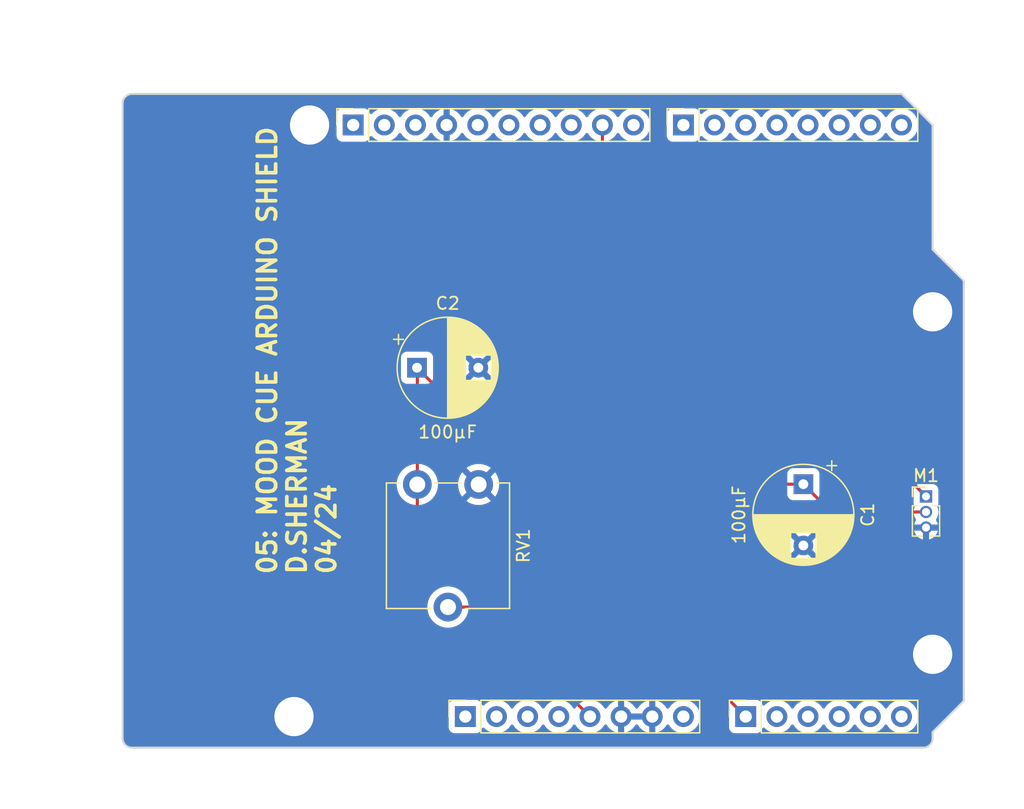
<source format=kicad_pcb>
(kicad_pcb (version 20240108) (generator "pcbnew") (generator_version "8.0")
  (title_block (date "mar. 31 mars 2015"))
  (layers (0 "F.Cu" signal) (31 "B.Cu" signal) (34 "B.Paste" user) (35 "F.Paste" user) (36 "B.SilkS" user "B.Silkscreen") (37 "F.SilkS" user "F.Silkscreen") (38 "B.Mask" user) (39 "F.Mask" user) (44 "Edge.Cuts" user))
  (net 0 "")
  (net 1 "GND")
  (net 3 "+5V")
  (net 4 "/IOREF")
  (net 5 "/A0")
  (net 6 "/A1")
  (net 7 "/A2")
  (net 8 "/A3")
  (net 9 "/SDA{slash}A4")
  (net 10 "/SCL{slash}A5")
  (net 11 "/13")
  (net 12 "/12")
  (net 13 "/AREF")
  (net 14 "/8")
  (net 15 "/7")
  (net 16 "/*11")
  (net 17 "/*10")
  (net 18 "/*9")
  (net 19 "/4")
  (net 20 "/2")
  (net 21 "/*6")
  (net 22 "/*5")
  (net 23 "/TX{slash}1")
  (net 24 "/*3")
  (net 25 "/RX{slash}0")
  (net 26 "+3V3")
  (net 27 "VCC")
  (net 28 "/~{RESET}")
  (footprint "Connector_PinSocket_2.54mm:PinSocket_1x08_P2.54mm_Vertical" (layer "F.Cu") (at 127.94 97.46 90)
    (property "Reference" "J1" (hide yes))
    (property "Value" "Power")
    (fp_line (start 1.33 -1.33) (end 1.33 0) (stroke (width 0.12)) (layer "F.SilkS"))
    (fp_line (start 0 -1.33) (end 1.33 -1.33) (stroke (width 0.12)) (layer "F.SilkS"))
    (fp_line (start 1.33 1.27) (end 1.33 19.11) (stroke (width 0.12)) (layer "F.SilkS"))
    (fp_line (start -1.33 1.27) (end 1.33 1.27) (stroke (width 0.12)) (layer "F.SilkS"))
    (fp_line (start -1.33 1.27) (end -1.33 19.11) (stroke (width 0.12)) (layer "F.SilkS"))
    (fp_line (start -1.33 19.11) (end 1.33 19.11) (stroke (width 0.12)) (layer "F.SilkS"))
    (pad "1" thru_hole rect (at 0 0 90) (size 1.7 1.7) (drill 1) (layers "*.Cu" "*.Mask"))
    (pad "2" thru_hole oval (at 0 2.54 90) (size 1.7 1.7) (drill 1) (layers "*.Cu" "*.Mask") (net 4 "/IOREF"))
    (pad "3" thru_hole oval (at 0 5.08 90) (size 1.7 1.7) (drill 1) (layers "*.Cu" "*.Mask") (net 28 "/~{RESET}"))
    (pad "4" thru_hole oval (at 0 7.62 90) (size 1.7 1.7) (drill 1) (layers "*.Cu" "*.Mask") (net 26 "+3V3"))
    (pad "5" thru_hole oval (at 0 10.16 90) (size 1.7 1.7) (drill 1) (layers "*.Cu" "*.Mask") (net 3 "+5V"))
    (pad "6" thru_hole oval (at 0 12.7 90) (size 1.7 1.7) (drill 1) (layers "*.Cu" "*.Mask") (net 1 "GND"))
    (pad "7" thru_hole oval (at 0 15.24 90) (size 1.7 1.7) (drill 1) (layers "*.Cu" "*.Mask") (net 1 "GND"))
    (pad "8" thru_hole oval (at 0 17.78 90) (size 1.7 1.7) (drill 1) (layers "*.Cu" "*.Mask") (net 27 "VCC"))
  )
  (footprint "Connector_PinSocket_2.54mm:PinSocket_1x06_P2.54mm_Vertical" (layer "F.Cu") (at 150.8 97.46 90)
    (property "Reference" "J3" (hide yes))
    (property "Value" "Analog")
    (fp_line (start 1.33 -1.33) (end 1.33 0) (stroke (width 0.12)) (layer "F.SilkS"))
    (fp_line (start 0 -1.33) (end 1.33 -1.33) (stroke (width 0.12)) (layer "F.SilkS"))
    (fp_line (start 1.33 1.27) (end 1.33 14.03) (stroke (width 0.12)) (layer "F.SilkS"))
    (fp_line (start -1.33 1.27) (end 1.33 1.27) (stroke (width 0.12)) (layer "F.SilkS"))
    (fp_line (start -1.33 1.27) (end -1.33 14.03) (stroke (width 0.12)) (layer "F.SilkS"))
    (fp_line (start -1.33 14.03) (end 1.33 14.03) (stroke (width 0.12)) (layer "F.SilkS"))
    (pad "1" thru_hole rect (at 0 0 90) (size 1.7 1.7) (drill 1) (layers "*.Cu" "*.Mask") (net 5 "/A0"))
    (pad "2" thru_hole oval (at 0 2.54 90) (size 1.7 1.7) (drill 1) (layers "*.Cu" "*.Mask") (net 6 "/A1"))
    (pad "3" thru_hole oval (at 0 5.08 90) (size 1.7 1.7) (drill 1) (layers "*.Cu" "*.Mask") (net 7 "/A2"))
    (pad "4" thru_hole oval (at 0 7.62 90) (size 1.7 1.7) (drill 1) (layers "*.Cu" "*.Mask") (net 8 "/A3"))
    (pad "5" thru_hole oval (at 0 10.16 90) (size 1.7 1.7) (drill 1) (layers "*.Cu" "*.Mask") (net 9 "/SDA{slash}A4"))
    (pad "6" thru_hole oval (at 0 12.7 90) (size 1.7 1.7) (drill 1) (layers "*.Cu" "*.Mask") (net 10 "/SCL{slash}A5"))
  )
  (footprint "Connector_PinSocket_2.54mm:PinSocket_1x10_P2.54mm_Vertical" (layer "F.Cu") (at 118.796 49.2 90)
    (property "Reference" "J2" (hide yes))
    (property "Value" "Digital/PWM")
    (fp_line (start 1.33 -1.33) (end 1.33 0) (stroke (width 0.12)) (layer "F.SilkS"))
    (fp_line (start 0 -1.33) (end 1.33 -1.33) (stroke (width 0.12)) (layer "F.SilkS"))
    (fp_line (start 1.33 1.27) (end 1.33 24.19) (stroke (width 0.12)) (layer "F.SilkS"))
    (fp_line (start -1.33 1.27) (end 1.33 1.27) (stroke (width 0.12)) (layer "F.SilkS"))
    (fp_line (start -1.33 1.27) (end -1.33 24.19) (stroke (width 0.12)) (layer "F.SilkS"))
    (fp_line (start -1.33 24.19) (end 1.33 24.19) (stroke (width 0.12)) (layer "F.SilkS"))
    (pad "1" thru_hole rect (at 0 0 90) (size 1.7 1.7) (drill 1) (layers "*.Cu" "*.Mask") (net 10 "/SCL{slash}A5"))
    (pad "2" thru_hole oval (at 0 2.54 90) (size 1.7 1.7) (drill 1) (layers "*.Cu" "*.Mask") (net 9 "/SDA{slash}A4"))
    (pad "3" thru_hole oval (at 0 5.08 90) (size 1.7 1.7) (drill 1) (layers "*.Cu" "*.Mask") (net 13 "/AREF"))
    (pad "4" thru_hole oval (at 0 7.62 90) (size 1.7 1.7) (drill 1) (layers "*.Cu" "*.Mask") (net 1 "GND"))
    (pad "5" thru_hole oval (at 0 10.16 90) (size 1.7 1.7) (drill 1) (layers "*.Cu" "*.Mask") (net 11 "/13"))
    (pad "6" thru_hole oval (at 0 12.7 90) (size 1.7 1.7) (drill 1) (layers "*.Cu" "*.Mask") (net 12 "/12"))
    (pad "7" thru_hole oval (at 0 15.24 90) (size 1.7 1.7) (drill 1) (layers "*.Cu" "*.Mask") (net 16 "/*11"))
    (pad "8" thru_hole oval (at 0 17.78 90) (size 1.7 1.7) (drill 1) (layers "*.Cu" "*.Mask") (net 17 "/*10"))
    (pad "9" thru_hole oval (at 0 20.32 90) (size 1.7 1.7) (drill 1) (layers "*.Cu" "*.Mask") (net 18 "/*9"))
    (pad "10" thru_hole oval (at 0 22.86 90) (size 1.7 1.7) (drill 1) (layers "*.Cu" "*.Mask") (net 14 "/8"))
  )
  (footprint "Connector_PinSocket_2.54mm:PinSocket_1x08_P2.54mm_Vertical" (layer "F.Cu") (at 145.72 49.2 90)
    (property "Reference" "J4" (hide yes))
    (property "Value" "Digital/PWM")
    (fp_line (start 1.33 -1.33) (end 1.33 0) (stroke (width 0.12)) (layer "F.SilkS"))
    (fp_line (start 0 -1.33) (end 1.33 -1.33) (stroke (width 0.12)) (layer "F.SilkS"))
    (fp_line (start 1.33 1.27) (end 1.33 19.11) (stroke (width 0.12)) (layer "F.SilkS"))
    (fp_line (start -1.33 1.27) (end 1.33 1.27) (stroke (width 0.12)) (layer "F.SilkS"))
    (fp_line (start -1.33 1.27) (end -1.33 19.11) (stroke (width 0.12)) (layer "F.SilkS"))
    (fp_line (start -1.33 19.11) (end 1.33 19.11) (stroke (width 0.12)) (layer "F.SilkS"))
    (pad "1" thru_hole rect (at 0 0 90) (size 1.7 1.7) (drill 1) (layers "*.Cu" "*.Mask") (net 15 "/7"))
    (pad "2" thru_hole oval (at 0 2.54 90) (size 1.7 1.7) (drill 1) (layers "*.Cu" "*.Mask") (net 21 "/*6"))
    (pad "3" thru_hole oval (at 0 5.08 90) (size 1.7 1.7) (drill 1) (layers "*.Cu" "*.Mask") (net 22 "/*5"))
    (pad "4" thru_hole oval (at 0 7.62 90) (size 1.7 1.7) (drill 1) (layers "*.Cu" "*.Mask") (net 19 "/4"))
    (pad "5" thru_hole oval (at 0 10.16 90) (size 1.7 1.7) (drill 1) (layers "*.Cu" "*.Mask") (net 24 "/*3"))
    (pad "6" thru_hole oval (at 0 12.7 90) (size 1.7 1.7) (drill 1) (layers "*.Cu" "*.Mask") (net 20 "/2"))
    (pad "7" thru_hole oval (at 0 15.24 90) (size 1.7 1.7) (drill 1) (layers "*.Cu" "*.Mask") (net 23 "/TX{slash}1"))
    (pad "8" thru_hole oval (at 0 17.78 90) (size 1.7 1.7) (drill 1) (layers "*.Cu" "*.Mask") (net 25 "/RX{slash}0"))
  )
  (footprint "Arduino_MountingHole:MountingHole_3.2mm" (layer "F.Cu") (at 115.24 49.2)
    (property "Reference" "MH1" (hide yes))
    (property "Value" "MountingHole_3.2mm" (hide yes))
    (pad "" np_thru_hole circle (at 0 0) (size 3.2 3.2) (drill 3.2) (layers "*.Cu" "*.Mask"))
  )
  (footprint "Potentiometer_THT:Potentiometer_ACP_CA9-V10_Vertical" (layer "F.Cu") (at 124.025 78.525 -90)
    (property "Reference" "RV1" (at 5 -8.65 90) (layer "F.SilkS"))
    (property "Value" "R_Potentiometer")
    (fp_line (start -0.12 2.52) (end 10.12 2.52) (stroke (width 0.12)) (layer "F.SilkS"))
    (fp_line (start -0.12 1.425) (end -0.12 2.52) (stroke (width 0.12)) (layer "F.SilkS"))
    (fp_line (start 10.12 -1.075) (end 10.12 2.52) (stroke (width 0.12)) (layer "F.SilkS"))
    (fp_line (start -0.12 -3.574) (end -0.12 -1.425) (stroke (width 0.12)) (layer "F.SilkS"))
    (fp_line (start -0.12 -7.521) (end -0.12 -6.426) (stroke (width 0.12)) (layer "F.SilkS"))
    (fp_line (start -0.12 -7.521) (end 10.12 -7.521) (stroke (width 0.12)) (layer "F.SilkS"))
    (fp_line (start 10.12 -7.521) (end 10.12 -3.925) (stroke (width 0.12)) (layer "F.SilkS"))
    (pad "1" thru_hole circle (at 0 0 270) (size 2.34 2.34) (drill 1.3) (layers "*.Cu" "*.Mask") (net 3 "+5V"))
    (pad "2" thru_hole circle (at 10 -2.5 270) (size 2.34 2.34) (drill 1.3) (layers "*.Cu" "*.Mask") (net 5 "/A0"))
    (pad "3" thru_hole circle (at 0 -5 270) (size 2.34 2.34) (drill 1.3) (layers "*.Cu" "*.Mask") (net 1 "GND"))
  )
  (footprint "Capacitor_THT:CP_Radial_D8.0mm_P5.00mm" (layer "F.Cu") (at 155.5 78.5 -90)
    (property "Reference" "C1" (at 2.5 -5.25 90) (layer "F.SilkS"))
    (property "Value" "100μF" (at 2.5 5.25 90) (layer "F.SilkS"))
    (fp_line (start 3.981 1.04) (end 3.981 3.805) (stroke (width 0.12)) (layer "F.SilkS"))
    (fp_line (start 4.021 1.04) (end 4.021 3.79) (stroke (width 0.12)) (layer "F.SilkS"))
    (fp_line (start 4.061 1.04) (end 4.061 3.774) (stroke (width 0.12)) (layer "F.SilkS"))
    (fp_line (start 4.101 1.04) (end 4.101 3.757) (stroke (width 0.12)) (layer "F.SilkS"))
    (fp_line (start 4.141 1.04) (end 4.141 3.74) (stroke (width 0.12)) (layer "F.SilkS"))
    (fp_line (start 4.181 1.04) (end 4.181 3.722) (stroke (width 0.12)) (layer "F.SilkS"))
    (fp_line (start 4.221 1.04) (end 4.221 3.704) (stroke (width 0.12)) (layer "F.SilkS"))
    (fp_line (start 4.261 1.04) (end 4.261 3.686) (stroke (width 0.12)) (layer "F.SilkS"))
    (fp_line (start 4.301 1.04) (end 4.301 3.666) (stroke (width 0.12)) (layer "F.SilkS"))
    (fp_line (start 4.341 1.04) (end 4.341 3.647) (stroke (width 0.12)) (layer "F.SilkS"))
    (fp_line (start 4.381 1.04) (end 4.381 3.627) (stroke (width 0.12)) (layer "F.SilkS"))
    (fp_line (start 4.421 1.04) (end 4.421 3.606) (stroke (width 0.12)) (layer "F.SilkS"))
    (fp_line (start 4.461 1.04) (end 4.461 3.584) (stroke (width 0.12)) (layer "F.SilkS"))
    (fp_line (start 4.501 1.04) (end 4.501 3.562) (stroke (width 0.12)) (layer "F.SilkS"))
    (fp_line (start 4.541 1.04) (end 4.541 3.54) (stroke (width 0.12)) (layer "F.SilkS"))
    (fp_line (start 4.581 1.04) (end 4.581 3.517) (stroke (width 0.12)) (layer "F.SilkS"))
    (fp_line (start 4.621 1.04) (end 4.621 3.493) (stroke (width 0.12)) (layer "F.SilkS"))
    (fp_line (start 4.661 1.04) (end 4.661 3.469) (stroke (width 0.12)) (layer "F.SilkS"))
    (fp_line (start 4.701 1.04) (end 4.701 3.444) (stroke (width 0.12)) (layer "F.SilkS"))
    (fp_line (start 4.741 1.04) (end 4.741 3.418) (stroke (width 0.12)) (layer "F.SilkS"))
    (fp_line (start 4.781 1.04) (end 4.781 3.392) (stroke (width 0.12)) (layer "F.SilkS"))
    (fp_line (start 4.821 1.04) (end 4.821 3.365) (stroke (width 0.12)) (layer "F.SilkS"))
    (fp_line (start 4.861 1.04) (end 4.861 3.338) (stroke (width 0.12)) (layer "F.SilkS"))
    (fp_line (start 4.901 1.04) (end 4.901 3.309) (stroke (width 0.12)) (layer "F.SilkS"))
    (fp_line (start 4.941 1.04) (end 4.941 3.28) (stroke (width 0.12)) (layer "F.SilkS"))
    (fp_line (start 4.981 1.04) (end 4.981 3.25) (stroke (width 0.12)) (layer "F.SilkS"))
    (fp_line (start 5.021 1.04) (end 5.021 3.22) (stroke (width 0.12)) (layer "F.SilkS"))
    (fp_line (start 5.061 1.04) (end 5.061 3.189) (stroke (width 0.12)) (layer "F.SilkS"))
    (fp_line (start 5.101 1.04) (end 5.101 3.156) (stroke (width 0.12)) (layer "F.SilkS"))
    (fp_line (start 5.141 1.04) (end 5.141 3.124) (stroke (width 0.12)) (layer "F.SilkS"))
    (fp_line (start 5.181 1.04) (end 5.181 3.09) (stroke (width 0.12)) (layer "F.SilkS"))
    (fp_line (start 5.221 1.04) (end 5.221 3.055) (stroke (width 0.12)) (layer "F.SilkS"))
    (fp_line (start 5.261 1.04) (end 5.261 3.019) (stroke (width 0.12)) (layer "F.SilkS"))
    (fp_line (start 5.301 1.04) (end 5.301 2.983) (stroke (width 0.12)) (layer "F.SilkS"))
    (fp_line (start 5.341 1.04) (end 5.341 2.945) (stroke (width 0.12)) (layer "F.SilkS"))
    (fp_line (start 5.381 1.04) (end 5.381 2.907) (stroke (width 0.12)) (layer "F.SilkS"))
    (fp_line (start 5.421 1.04) (end 5.421 2.867) (stroke (width 0.12)) (layer "F.SilkS"))
    (fp_line (start 5.461 1.04) (end 5.461 2.826) (stroke (width 0.12)) (layer "F.SilkS"))
    (fp_line (start 5.501 1.04) (end 5.501 2.784) (stroke (width 0.12)) (layer "F.SilkS"))
    (fp_line (start 5.541 1.04) (end 5.541 2.741) (stroke (width 0.12)) (layer "F.SilkS"))
    (fp_line (start 5.581 1.04) (end 5.581 2.697) (stroke (width 0.12)) (layer "F.SilkS"))
    (fp_line (start 5.621 1.04) (end 5.621 2.651) (stroke (width 0.12)) (layer "F.SilkS"))
    (fp_line (start 5.661 1.04) (end 5.661 2.604) (stroke (width 0.12)) (layer "F.SilkS"))
    (fp_line (start 5.701 1.04) (end 5.701 2.556) (stroke (width 0.12)) (layer "F.SilkS"))
    (fp_line (start 5.741 1.04) (end 5.741 2.505) (stroke (width 0.12)) (layer "F.SilkS"))
    (fp_line (start 5.781 1.04) (end 5.781 2.454) (stroke (width 0.12)) (layer "F.SilkS"))
    (fp_line (start 5.821 1.04) (end 5.821 2.4) (stroke (width 0.12)) (layer "F.SilkS"))
    (fp_line (start 5.861 1.04) (end 5.861 2.345) (stroke (width 0.12)) (layer "F.SilkS"))
    (fp_line (start 5.901 1.04) (end 5.901 2.287) (stroke (width 0.12)) (layer "F.SilkS"))
    (fp_line (start 5.941 1.04) (end 5.941 2.228) (stroke (width 0.12)) (layer "F.SilkS"))
    (fp_line (start 5.981 1.04) (end 5.981 2.166) (stroke (width 0.12)) (layer "F.SilkS"))
    (fp_line (start 6.021 1.04) (end 6.021 2.102) (stroke (width 0.12)) (layer "F.SilkS"))
    (fp_line (start 6.581 -0.533) (end 6.581 0.533) (stroke (width 0.12)) (layer "F.SilkS"))
    (fp_line (start 6.541 -0.768) (end 6.541 0.768) (stroke (width 0.12)) (layer "F.SilkS"))
    (fp_line (start 6.501 -0.948) (end 6.501 0.948) (stroke (width 0.12)) (layer "F.SilkS"))
    (fp_line (start 6.461 -1.098) (end 6.461 1.098) (stroke (width 0.12)) (layer "F.SilkS"))
    (fp_line (start 6.421 -1.229) (end 6.421 1.229) (stroke (width 0.12)) (layer "F.SilkS"))
    (fp_line (start 6.381 -1.346) (end 6.381 1.346) (stroke (width 0.12)) (layer "F.SilkS"))
    (fp_line (start 6.341 -1.453) (end 6.341 1.453) (stroke (width 0.12)) (layer "F.SilkS"))
    (fp_line (start 6.301 -1.552) (end 6.301 1.552) (stroke (width 0.12)) (layer "F.SilkS"))
    (fp_line (start 6.261 -1.645) (end 6.261 1.645) (stroke (width 0.12)) (layer "F.SilkS"))
    (fp_line (start 6.221 -1.731) (end 6.221 1.731) (stroke (width 0.12)) (layer "F.SilkS"))
    (fp_line (start 6.181 -1.813) (end 6.181 1.813) (stroke (width 0.12)) (layer "F.SilkS"))
    (fp_line (start 6.141 -1.89) (end 6.141 1.89) (stroke (width 0.12)) (layer "F.SilkS"))
    (fp_line (start 6.101 -1.964) (end 6.101 1.964) (stroke (width 0.12)) (layer "F.SilkS"))
    (fp_line (start 6.061 -2.034) (end 6.061 2.034) (stroke (width 0.12)) (layer "F.SilkS"))
    (fp_line (start 6.021 -2.102) (end 6.021 -1.04) (stroke (width 0.12)) (layer "F.SilkS"))
    (fp_line (start 5.981 -2.166) (end 5.981 -1.04) (stroke (width 0.12)) (layer "F.SilkS"))
    (fp_line (start 5.941 -2.228) (end 5.941 -1.04) (stroke (width 0.12)) (layer "F.SilkS"))
    (fp_line (start 5.901 -2.287) (end 5.901 -1.04) (stroke (width 0.12)) (layer "F.SilkS"))
    (fp_line (start -1.909698 -2.315) (end -1.109698 -2.315) (stroke (width 0.12)) (layer "F.SilkS"))
    (fp_line (start 5.861 -2.345) (end 5.861 -1.04) (stroke (width 0.12)) (layer "F.SilkS"))
    (fp_line (start 5.821 -2.4) (end 5.821 -1.04) (stroke (width 0.12)) (layer "F.SilkS"))
    (fp_line (start 5.781 -2.454) (end 5.781 -1.04) (stroke (width 0.12)) (layer "F.SilkS"))
    (fp_line (start 5.741 -2.505) (end 5.741 -1.04) (stroke (width 0.12)) (layer "F.SilkS"))
    (fp_line (start 5.701 -2.556) (end 5.701 -1.04) (stroke (width 0.12)) (layer "F.SilkS"))
    (fp_line (start 5.661 -2.604) (end 5.661 -1.04) (stroke (width 0.12)) (layer "F.SilkS"))
    (fp_line (start 5.621 -2.651) (end 5.621 -1.04) (stroke (width 0.12)) (layer "F.SilkS"))
    (fp_line (start 5.581 -2.697) (end 5.581 -1.04) (stroke (width 0.12)) (layer "F.SilkS"))
    (fp_line (start -1.509698 -2.715) (end -1.509698 -1.915) (stroke (width 0.12)) (layer "F.SilkS"))
    (fp_line (start 5.541 -2.741) (end 5.541 -1.04) (stroke (width 0.12)) (layer "F.SilkS"))
    (fp_line (start 5.501 -2.784) (end 5.501 -1.04) (stroke (width 0.12)) (layer "F.SilkS"))
    (fp_line (start 5.461 -2.826) (end 5.461 -1.04) (stroke (width 0.12)) (layer "F.SilkS"))
    (fp_line (start 5.421 -2.867) (end 5.421 -1.04) (stroke (width 0.12)) (layer "F.SilkS"))
    (fp_line (start 5.381 -2.907) (end 5.381 -1.04) (stroke (width 0.12)) (layer "F.SilkS"))
    (fp_line (start 5.341 -2.945) (end 5.341 -1.04) (stroke (width 0.12)) (layer "F.SilkS"))
    (fp_line (start 5.301 -2.983) (end 5.301 -1.04) (stroke (width 0.12)) (layer "F.SilkS"))
    (fp_line (start 5.261 -3.019) (end 5.261 -1.04) (stroke (width 0.12)) (layer "F.SilkS"))
    (fp_line (start 5.221 -3.055) (end 5.221 -1.04) (stroke (width 0.12)) (layer "F.SilkS"))
    (fp_line (start 5.181 -3.09) (end 5.181 -1.04) (stroke (width 0.12)) (layer "F.SilkS"))
    (fp_line (start 5.141 -3.124) (end 5.141 -1.04) (stroke (width 0.12)) (layer "F.SilkS"))
    (fp_line (start 5.101 -3.156) (end 5.101 -1.04) (stroke (width 0.12)) (layer "F.SilkS"))
    (fp_line (start 5.061 -3.189) (end 5.061 -1.04) (stroke (width 0.12)) (layer "F.SilkS"))
    (fp_line (start 5.021 -3.22) (end 5.021 -1.04) (stroke (width 0.12)) (layer "F.SilkS"))
    (fp_line (start 4.981 -3.25) (end 4.981 -1.04) (stroke (width 0.12)) (layer "F.SilkS"))
    (fp_line (start 4.941 -3.28) (end 4.941 -1.04) (stroke (width 0.12)) (layer "F.SilkS"))
    (fp_line (start 4.901 -3.309) (end 4.901 -1.04) (stroke (width 0.12)) (layer "F.SilkS"))
    (fp_line (start 4.861 -3.338) (end 4.861 -1.04) (stroke (width 0.12)) (layer "F.SilkS"))
    (fp_line (start 4.821 -3.365) (end 4.821 -1.04) (stroke (width 0.12)) (layer "F.SilkS"))
    (fp_line (start 4.781 -3.392) (end 4.781 -1.04) (stroke (width 0.12)) (layer "F.SilkS"))
    (fp_line (start 4.741 -3.418) (end 4.741 -1.04) (stroke (width 0.12)) (layer "F.SilkS"))
    (fp_line (start 4.701 -3.444) (end 4.701 -1.04) (stroke (width 0.12)) (layer "F.SilkS"))
    (fp_line (start 4.661 -3.469) (end 4.661 -1.04) (stroke (width 0.12)) (layer "F.SilkS"))
    (fp_line (start 4.621 -3.493) (end 4.621 -1.04) (stroke (width 0.12)) (layer "F.SilkS"))
    (fp_line (start 4.581 -3.517) (end 4.581 -1.04) (stroke (width 0.12)) (layer "F.SilkS"))
    (fp_line (start 4.541 -3.54) (end 4.541 -1.04) (stroke (width 0.12)) (layer "F.SilkS"))
    (fp_line (start 4.501 -3.562) (end 4.501 -1.04) (stroke (width 0.12)) (layer "F.SilkS"))
    (fp_line (start 4.461 -3.584) (end 4.461 -1.04) (stroke (width 0.12)) (layer "F.SilkS"))
    (fp_line (start 4.421 -3.606) (end 4.421 -1.04) (stroke (width 0.12)) (layer "F.SilkS"))
    (fp_line (start 4.381 -3.627) (end 4.381 -1.04) (stroke (width 0.12)) (layer "F.SilkS"))
    (fp_line (start 4.341 -3.647) (end 4.341 -1.04) (stroke (width 0.12)) (layer "F.SilkS"))
    (fp_line (start 4.301 -3.666) (end 4.301 -1.04) (stroke (width 0.12)) (layer "F.SilkS"))
    (fp_line (start 4.261 -3.686) (end 4.261 -1.04) (stroke (width 0.12)) (layer "F.SilkS"))
    (fp_line (start 4.221 -3.704) (end 4.221 -1.04) (stroke (width 0.12)) (layer "F.SilkS"))
    (fp_line (start 4.181 -3.722) (end 4.181 -1.04) (stroke (width 0.12)) (layer "F.SilkS"))
    (fp_line (start 4.141 -3.74) (end 4.141 -1.04) (stroke (width 0.12)) (layer "F.SilkS"))
    (fp_line (start 4.101 -3.757) (end 4.101 -1.04) (stroke (width 0.12)) (layer "F.SilkS"))
    (fp_line (start 4.061 -3.774) (end 4.061 -1.04) (stroke (width 0.12)) (layer "F.SilkS"))
    (fp_line (start 4.021 -3.79) (end 4.021 -1.04) (stroke (width 0.12)) (layer "F.SilkS"))
    (fp_line (start 3.981 -3.805) (end 3.981 -1.04) (stroke (width 0.12)) (layer "F.SilkS"))
    (fp_line (start 3.941 -3.821) (end 3.941 3.821) (stroke (width 0.12)) (layer "F.SilkS"))
    (fp_line (start 3.901 -3.835) (end 3.901 3.835) (stroke (width 0.12)) (layer "F.SilkS"))
    (fp_line (start 3.861 -3.85) (end 3.861 3.85) (stroke (width 0.12)) (layer "F.SilkS"))
    (fp_line (start 3.821 -3.863) (end 3.821 3.863) (stroke (width 0.12)) (layer "F.SilkS"))
    (fp_line (start 3.781 -3.877) (end 3.781 3.877) (stroke (width 0.12)) (layer "F.SilkS"))
    (fp_line (start 3.741 -3.889) (end 3.741 3.889) (stroke (width 0.12)) (layer "F.SilkS"))
    (fp_line (start 3.701 -3.902) (end 3.701 3.902) (stroke (width 0.12)) (layer "F.SilkS"))
    (fp_line (start 3.661 -3.914) (end 3.661 3.914) (stroke (width 0.12)) (layer "F.SilkS"))
    (fp_line (start 3.621 -3.925) (end 3.621 3.925) (stroke (width 0.12)) (layer "F.SilkS"))
    (fp_line (start 3.581 -3.936) (end 3.581 3.936) (stroke (width 0.12)) (layer "F.SilkS"))
    (fp_line (start 3.541 -3.947) (end 3.541 3.947) (stroke (width 0.12)) (layer "F.SilkS"))
    (fp_line (start 3.501 -3.957) (end 3.501 3.957) (stroke (width 0.12)) (layer "F.SilkS"))
    (fp_line (start 3.461 -3.967) (end 3.461 3.967) (stroke (width 0.12)) (layer "F.SilkS"))
    (fp_line (start 3.421 -3.976) (end 3.421 3.976) (stroke (width 0.12)) (layer "F.SilkS"))
    (fp_line (start 3.381 -3.985) (end 3.381 3.985) (stroke (width 0.12)) (layer "F.SilkS"))
    (fp_line (start 3.341 -3.994) (end 3.341 3.994) (stroke (width 0.12)) (layer "F.SilkS"))
    (fp_line (start 3.301 -4.002) (end 3.301 4.002) (stroke (width 0.12)) (layer "F.SilkS"))
    (fp_line (start 3.261 -4.01) (end 3.261 4.01) (stroke (width 0.12)) (layer "F.SilkS"))
    (fp_line (start 3.221 -4.017) (end 3.221 4.017) (stroke (width 0.12)) (layer "F.SilkS"))
    (fp_line (start 3.18 -4.024) (end 3.18 4.024) (stroke (width 0.12)) (layer "F.SilkS"))
    (fp_line (start 3.14 -4.03) (end 3.14 4.03) (stroke (width 0.12)) (layer "F.SilkS"))
    (fp_line (start 3.1 -4.037) (end 3.1 4.037) (stroke (width 0.12)) (layer "F.SilkS"))
    (fp_line (start 3.06 -4.042) (end 3.06 4.042) (stroke (width 0.12)) (layer "F.SilkS"))
    (fp_line (start 3.02 -4.048) (end 3.02 4.048) (stroke (width 0.12)) (layer "F.SilkS"))
    (fp_line (start 2.98 -4.052) (end 2.98 4.052) (stroke (width 0.12)) (layer "F.SilkS"))
    (fp_line (start 2.94 -4.057) (end 2.94 4.057) (stroke (width 0.12)) (layer "F.SilkS"))
    (fp_line (start 2.9 -4.061) (end 2.9 4.061) (stroke (width 0.12)) (layer "F.SilkS"))
    (fp_line (start 2.86 -4.065) (end 2.86 4.065) (stroke (width 0.12)) (layer "F.SilkS"))
    (fp_line (start 2.82 -4.068) (end 2.82 4.068) (stroke (width 0.12)) (layer "F.SilkS"))
    (fp_line (start 2.78 -4.071) (end 2.78 4.071) (stroke (width 0.12)) (layer "F.SilkS"))
    (fp_line (start 2.74 -4.074) (end 2.74 4.074) (stroke (width 0.12)) (layer "F.SilkS"))
    (fp_line (start 2.7 -4.076) (end 2.7 4.076) (stroke (width 0.12)) (layer "F.SilkS"))
    (fp_line (start 2.66 -4.077) (end 2.66 4.077) (stroke (width 0.12)) (layer "F.SilkS"))
    (fp_line (start 2.62 -4.079) (end 2.62 4.079) (stroke (width 0.12)) (layer "F.SilkS"))
    (fp_line (start 2.5 -4.08) (end 2.5 4.08) (stroke (width 0.12)) (layer "F.SilkS"))
    (fp_line (start 2.54 -4.08) (end 2.54 4.08) (stroke (width 0.12)) (layer "F.SilkS"))
    (fp_line (start 2.58 -4.08) (end 2.58 4.08) (stroke (width 0.12)) (layer "F.SilkS"))
    (fp_circle (center 2.5 0) (end 6.62 0) (stroke (width 0.12)) (fill none) (layer "F.SilkS"))
    (pad "1" thru_hole rect (at 0 0 270) (size 1.6 1.6) (drill 0.8) (layers "*.Cu" "*.Mask") (net 3 "+5V"))
    (pad "2" thru_hole circle (at 5 0 270) (size 1.6 1.6) (drill 0.8) (layers "*.Cu" "*.Mask") (net 1 "GND"))
  )
  (footprint "Connector_PinHeader_1.27mm:PinHeader_1x03_P1.27mm_Vertical" (layer "F.Cu") (at 165.5 79.5)
    (property "Reference" "M1" (at 0 -1.695 0) (layer "F.SilkS"))
    (property "Value" "Motor_Servo")
    (fp_line (start -1.11 -0.76) (end 0 -0.76) (stroke (width 0.12)) (layer "F.SilkS"))
    (fp_line (start -1.11 0) (end -1.11 -0.76) (stroke (width 0.12)) (layer "F.SilkS"))
    (fp_line (start -1.11 0.76) (end -1.11 3.235) (stroke (width 0.12)) (layer "F.SilkS"))
    (fp_line (start -1.11 0.76) (end -0.563471 0.76) (stroke (width 0.12)) (layer "F.SilkS"))
    (fp_line (start -1.11 3.235) (end -0.30753 3.235) (stroke (width 0.12)) (layer "F.SilkS"))
    (fp_line (start 0.30753 3.235) (end 1.11 3.235) (stroke (width 0.12)) (layer "F.SilkS"))
    (fp_line (start 0.563471 0.76) (end 1.11 0.76) (stroke (width 0.12)) (layer "F.SilkS"))
    (fp_line (start 1.11 0.76) (end 1.11 3.235) (stroke (width 0.12)) (layer "F.SilkS"))
    (pad "1" thru_hole rect (at 0 0) (size 1 1) (drill 0.65) (layers "*.Cu" "*.Mask") (net 18 "/*9"))
    (pad "2" thru_hole oval (at 0 1.27) (size 1 1) (drill 0.65) (layers "*.Cu" "*.Mask") (net 3 "+5V"))
    (pad "3" thru_hole oval (at 0 2.54) (size 1 1) (drill 0.65) (layers "*.Cu" "*.Mask") (net 1 "GND"))
  )
  (footprint "Capacitor_THT:CP_Radial_D8.0mm_P5.00mm" (layer "F.Cu") (at 124 69)
    (property "Reference" "C2" (at 2.5 -5.25 360) (layer "F.SilkS"))
    (property "Value" "100μF" (at 2.5 5.25 0) (layer "F.SilkS"))
    (fp_line (start -1.909698 -2.315) (end -1.109698 -2.315) (stroke (width 0.12)) (layer "F.SilkS"))
    (fp_line (start -1.509698 -2.715) (end -1.509698 -1.915) (stroke (width 0.12)) (layer "F.SilkS"))
    (fp_line (start 2.5 -4.08) (end 2.5 4.08) (stroke (width 0.12)) (layer "F.SilkS"))
    (fp_line (start 2.54 -4.08) (end 2.54 4.08) (stroke (width 0.12)) (layer "F.SilkS"))
    (fp_line (start 2.58 -4.08) (end 2.58 4.08) (stroke (width 0.12)) (layer "F.SilkS"))
    (fp_line (start 2.62 -4.079) (end 2.62 4.079) (stroke (width 0.12)) (layer "F.SilkS"))
    (fp_line (start 2.66 -4.077) (end 2.66 4.077) (stroke (width 0.12)) (layer "F.SilkS"))
    (fp_line (start 2.7 -4.076) (end 2.7 4.076) (stroke (width 0.12)) (layer "F.SilkS"))
    (fp_line (start 2.74 -4.074) (end 2.74 4.074) (stroke (width 0.12)) (layer "F.SilkS"))
    (fp_line (start 2.78 -4.071) (end 2.78 4.071) (stroke (width 0.12)) (layer "F.SilkS"))
    (fp_line (start 2.82 -4.068) (end 2.82 4.068) (stroke (width 0.12)) (layer "F.SilkS"))
    (fp_line (start 2.86 -4.065) (end 2.86 4.065) (stroke (width 0.12)) (layer "F.SilkS"))
    (fp_line (start 2.9 -4.061) (end 2.9 4.061) (stroke (width 0.12)) (layer "F.SilkS"))
    (fp_line (start 2.94 -4.057) (end 2.94 4.057) (stroke (width 0.12)) (layer "F.SilkS"))
    (fp_line (start 2.98 -4.052) (end 2.98 4.052) (stroke (width 0.12)) (layer "F.SilkS"))
    (fp_line (start 3.02 -4.048) (end 3.02 4.048) (stroke (width 0.12)) (layer "F.SilkS"))
    (fp_line (start 3.06 -4.042) (end 3.06 4.042) (stroke (width 0.12)) (layer "F.SilkS"))
    (fp_line (start 3.1 -4.037) (end 3.1 4.037) (stroke (width 0.12)) (layer "F.SilkS"))
    (fp_line (start 3.14 -4.03) (end 3.14 4.03) (stroke (width 0.12)) (layer "F.SilkS"))
    (fp_line (start 3.18 -4.024) (end 3.18 4.024) (stroke (width 0.12)) (layer "F.SilkS"))
    (fp_line (start 3.221 -4.017) (end 3.221 4.017) (stroke (width 0.12)) (layer "F.SilkS"))
    (fp_line (start 3.261 -4.01) (end 3.261 4.01) (stroke (width 0.12)) (layer "F.SilkS"))
    (fp_line (start 3.301 -4.002) (end 3.301 4.002) (stroke (width 0.12)) (layer "F.SilkS"))
    (fp_line (start 3.341 -3.994) (end 3.341 3.994) (stroke (width 0.12)) (layer "F.SilkS"))
    (fp_line (start 3.381 -3.985) (end 3.381 3.985) (stroke (width 0.12)) (layer "F.SilkS"))
    (fp_line (start 3.421 -3.976) (end 3.421 3.976) (stroke (width 0.12)) (layer "F.SilkS"))
    (fp_line (start 3.461 -3.967) (end 3.461 3.967) (stroke (width 0.12)) (layer "F.SilkS"))
    (fp_line (start 3.501 -3.957) (end 3.501 3.957) (stroke (width 0.12)) (layer "F.SilkS"))
    (fp_line (start 3.541 -3.947) (end 3.541 3.947) (stroke (width 0.12)) (layer "F.SilkS"))
    (fp_line (start 3.581 -3.936) (end 3.581 3.936) (stroke (width 0.12)) (layer "F.SilkS"))
    (fp_line (start 3.621 -3.925) (end 3.621 3.925) (stroke (width 0.12)) (layer "F.SilkS"))
    (fp_line (start 3.661 -3.914) (end 3.661 3.914) (stroke (width 0.12)) (layer "F.SilkS"))
    (fp_line (start 3.701 -3.902) (end 3.701 3.902) (stroke (width 0.12)) (layer "F.SilkS"))
    (fp_line (start 3.741 -3.889) (end 3.741 3.889) (stroke (width 0.12)) (layer "F.SilkS"))
    (fp_line (start 3.781 -3.877) (end 3.781 3.877) (stroke (width 0.12)) (layer "F.SilkS"))
    (fp_line (start 3.821 -3.863) (end 3.821 3.863) (stroke (width 0.12)) (layer "F.SilkS"))
    (fp_line (start 3.861 -3.85) (end 3.861 3.85) (stroke (width 0.12)) (layer "F.SilkS"))
    (fp_line (start 3.901 -3.835) (end 3.901 3.835) (stroke (width 0.12)) (layer "F.SilkS"))
    (fp_line (start 3.941 -3.821) (end 3.941 3.821) (stroke (width 0.12)) (layer "F.SilkS"))
    (fp_line (start 3.981 -3.805) (end 3.981 -1.04) (stroke (width 0.12)) (layer "F.SilkS"))
    (fp_line (start 3.981 1.04) (end 3.981 3.805) (stroke (width 0.12)) (layer "F.SilkS"))
    (fp_line (start 4.021 -3.79) (end 4.021 -1.04) (stroke (width 0.12)) (layer "F.SilkS"))
    (fp_line (start 4.021 1.04) (end 4.021 3.79) (stroke (width 0.12)) (layer "F.SilkS"))
    (fp_line (start 4.061 -3.774) (end 4.061 -1.04) (stroke (width 0.12)) (layer "F.SilkS"))
    (fp_line (start 4.061 1.04) (end 4.061 3.774) (stroke (width 0.12)) (layer "F.SilkS"))
    (fp_line (start 4.101 -3.757) (end 4.101 -1.04) (stroke (width 0.12)) (layer "F.SilkS"))
    (fp_line (start 4.101 1.04) (end 4.101 3.757) (stroke (width 0.12)) (layer "F.SilkS"))
    (fp_line (start 4.141 -3.74) (end 4.141 -1.04) (stroke (width 0.12)) (layer "F.SilkS"))
    (fp_line (start 4.141 1.04) (end 4.141 3.74) (stroke (width 0.12)) (layer "F.SilkS"))
    (fp_line (start 4.181 -3.722) (end 4.181 -1.04) (stroke (width 0.12)) (layer "F.SilkS"))
    (fp_line (start 4.181 1.04) (end 4.181 3.722) (stroke (width 0.12)) (layer "F.SilkS"))
    (fp_line (start 4.221 -3.704) (end 4.221 -1.04) (stroke (width 0.12)) (layer "F.SilkS"))
    (fp_line (start 4.221 1.04) (end 4.221 3.704) (stroke (width 0.12)) (layer "F.SilkS"))
    (fp_line (start 4.261 -3.686) (end 4.261 -1.04) (stroke (width 0.12)) (layer "F.SilkS"))
    (fp_line (start 4.261 1.04) (end 4.261 3.686) (stroke (width 0.12)) (layer "F.SilkS"))
    (fp_line (start 4.301 -3.666) (end 4.301 -1.04) (stroke (width 0.12)) (layer "F.SilkS"))
    (fp_line (start 4.301 1.04) (end 4.301 3.666) (stroke (width 0.12)) (layer "F.SilkS"))
    (fp_line (start 4.341 -3.647) (end 4.341 -1.04) (stroke (width 0.12)) (layer "F.SilkS"))
    (fp_line (start 4.341 1.04) (end 4.341 3.647) (stroke (width 0.12)) (layer "F.SilkS"))
    (fp_line (start 4.381 -3.627) (end 4.381 -1.04) (stroke (width 0.12)) (layer "F.SilkS"))
    (fp_line (start 4.381 1.04) (end 4.381 3.627) (stroke (width 0.12)) (layer "F.SilkS"))
    (fp_line (start 4.421 -3.606) (end 4.421 -1.04) (stroke (width 0.12)) (layer "F.SilkS"))
    (fp_line (start 4.421 1.04) (end 4.421 3.606) (stroke (width 0.12)) (layer "F.SilkS"))
    (fp_line (start 4.461 -3.584) (end 4.461 -1.04) (stroke (width 0.12)) (layer "F.SilkS"))
    (fp_line (start 4.461 1.04) (end 4.461 3.584) (stroke (width 0.12)) (layer "F.SilkS"))
    (fp_line (start 4.501 -3.562) (end 4.501 -1.04) (stroke (width 0.12)) (layer "F.SilkS"))
    (fp_line (start 4.501 1.04) (end 4.501 3.562) (stroke (width 0.12)) (layer "F.SilkS"))
    (fp_line (start 4.541 -3.54) (end 4.541 -1.04) (stroke (width 0.12)) (layer "F.SilkS"))
    (fp_line (start 4.541 1.04) (end 4.541 3.54) (stroke (width 0.12)) (layer "F.SilkS"))
    (fp_line (start 4.581 -3.517) (end 4.581 -1.04) (stroke (width 0.12)) (layer "F.SilkS"))
    (fp_line (start 4.581 1.04) (end 4.581 3.517) (stroke (width 0.12)) (layer "F.SilkS"))
    (fp_line (start 4.621 -3.493) (end 4.621 -1.04) (stroke (width 0.12)) (layer "F.SilkS"))
    (fp_line (start 4.621 1.04) (end 4.621 3.493) (stroke (width 0.12)) (layer "F.SilkS"))
    (fp_line (start 4.661 -3.469) (end 4.661 -1.04) (stroke (width 0.12)) (layer "F.SilkS"))
    (fp_line (start 4.661 1.04) (end 4.661 3.469) (stroke (width 0.12)) (layer "F.SilkS"))
    (fp_line (start 4.701 -3.444) (end 4.701 -1.04) (stroke (width 0.12)) (layer "F.SilkS"))
    (fp_line (start 4.701 1.04) (end 4.701 3.444) (stroke (width 0.12)) (layer "F.SilkS"))
    (fp_line (start 4.741 -3.418) (end 4.741 -1.04) (stroke (width 0.12)) (layer "F.SilkS"))
    (fp_line (start 4.741 1.04) (end 4.741 3.418) (stroke (width 0.12)) (layer "F.SilkS"))
    (fp_line (start 4.781 -3.392) (end 4.781 -1.04) (stroke (width 0.12)) (layer "F.SilkS"))
    (fp_line (start 4.781 1.04) (end 4.781 3.392) (stroke (width 0.12)) (layer "F.SilkS"))
    (fp_line (start 4.821 -3.365) (end 4.821 -1.04) (stroke (width 0.12)) (layer "F.SilkS"))
    (fp_line (start 4.821 1.04) (end 4.821 3.365) (stroke (width 0.12)) (layer "F.SilkS"))
    (fp_line (start 4.861 -3.338) (end 4.861 -1.04) (stroke (width 0.12)) (layer "F.SilkS"))
    (fp_line (start 4.861 1.04) (end 4.861 3.338) (stroke (width 0.12)) (layer "F.SilkS"))
    (fp_line (start 4.901 -3.309) (end 4.901 -1.04) (stroke (width 0.12)) (layer "F.SilkS"))
    (fp_line (start 4.901 1.04) (end 4.901 3.309) (stroke (width 0.12)) (layer "F.SilkS"))
    (fp_line (start 4.941 -3.28) (end 4.941 -1.04) (stroke (width 0.12)) (layer "F.SilkS"))
    (fp_line (start 4.941 1.04) (end 4.941 3.28) (stroke (width 0.12)) (layer "F.SilkS"))
    (fp_line (start 4.981 -3.25) (end 4.981 -1.04) (stroke (width 0.12)) (layer "F.SilkS"))
    (fp_line (start 4.981 1.04) (end 4.981 3.25) (stroke (width 0.12)) (layer "F.SilkS"))
    (fp_line (start 5.021 -3.22) (end 5.021 -1.04) (stroke (width 0.12)) (layer "F.SilkS"))
    (fp_line (start 5.021 1.04) (end 5.021 3.22) (stroke (width 0.12)) (layer "F.SilkS"))
    (fp_line (start 5.061 -3.189) (end 5.061 -1.04) (stroke (width 0.12)) (layer "F.SilkS"))
    (fp_line (start 5.061 1.04) (end 5.061 3.189) (stroke (width 0.12)) (layer "F.SilkS"))
    (fp_line (start 5.101 -3.156) (end 5.101 -1.04) (stroke (width 0.12)) (layer "F.SilkS"))
    (fp_line (start 5.101 1.04) (end 5.101 3.156) (stroke (width 0.12)) (layer "F.SilkS"))
    (fp_line (start 5.141 -3.124) (end 5.141 -1.04) (stroke (width 0.12)) (layer "F.SilkS"))
    (fp_line (start 5.141 1.04) (end 5.141 3.124) (stroke (width 0.12)) (layer "F.SilkS"))
    (fp_line (start 5.181 -3.09) (end 5.181 -1.04) (stroke (width 0.12)) (layer "F.SilkS"))
    (fp_line (start 5.181 1.04) (end 5.181 3.09) (stroke (width 0.12)) (layer "F.SilkS"))
    (fp_line (start 5.221 -3.055) (end 5.221 -1.04) (stroke (width 0.12)) (layer "F.SilkS"))
    (fp_line (start 5.221 1.04) (end 5.221 3.055) (stroke (width 0.12)) (layer "F.SilkS"))
    (fp_line (start 5.261 -3.019) (end 5.261 -1.04) (stroke (width 0.12)) (layer "F.SilkS"))
    (fp_line (start 5.261 1.04) (end 5.261 3.019) (stroke (width 0.12)) (layer "F.SilkS"))
    (fp_line (start 5.301 -2.983) (end 5.301 -1.04) (stroke (width 0.12)) (layer "F.SilkS"))
    (fp_line (start 5.301 1.04) (end 5.301 2.983) (stroke (width 0.12)) (layer "F.SilkS"))
    (fp_line (start 5.341 -2.945) (end 5.341 -1.04) (stroke (width 0.12)) (layer "F.SilkS"))
    (fp_line (start 5.341 1.04) (end 5.341 2.945) (stroke (width 0.12)) (layer "F.SilkS"))
    (fp_line (start 5.381 -2.907) (end 5.381 -1.04) (stroke (width 0.12)) (layer "F.SilkS"))
    (fp_line (start 5.381 1.04) (end 5.381 2.907) (stroke (width 0.12)) (layer "F.SilkS"))
    (fp_line (start 5.421 -2.867) (end 5.421 -1.04) (stroke (width 0.12)) (layer "F.SilkS"))
    (fp_line (start 5.421 1.04) (end 5.421 2.867) (stroke (width 0.12)) (layer "F.SilkS"))
    (fp_line (start 5.461 -2.826) (end 5.461 -1.04) (stroke (width 0.12)) (layer "F.SilkS"))
    (fp_line (start 5.461 1.04) (end 5.461 2.826) (stroke (width 0.12)) (layer "F.SilkS"))
    (fp_line (start 5.501 -2.784) (end 5.501 -1.04) (stroke (width 0.12)) (layer "F.SilkS"))
    (fp_line (start 5.501 1.04) (end 5.501 2.784) (stroke (width 0.12)) (layer "F.SilkS"))
    (fp_line (start 5.541 -2.741) (end 5.541 -1.04) (stroke (width 0.12)) (layer "F.SilkS"))
    (fp_line (start 5.541 1.04) (end 5.541 2.741) (stroke (width 0.12)) (layer "F.SilkS"))
    (fp_line (start 5.581 -2.697) (end 5.581 -1.04) (stroke (width 0.12)) (layer "F.SilkS"))
    (fp_line (start 5.581 1.04) (end 5.581 2.697) (stroke (width 0.12)) (layer "F.SilkS"))
    (fp_line (start 5.621 -2.651) (end 5.621 -1.04) (stroke (width 0.12)) (layer "F.SilkS"))
    (fp_line (start 5.621 1.04) (end 5.621 2.651) (stroke (width 0.12)) (layer "F.SilkS"))
    (fp_line (start 5.661 -2.604) (end 5.661 -1.04) (stroke (width 0.12)) (layer "F.SilkS"))
    (fp_line (start 5.661 1.04) (end 5.661 2.604) (stroke (width 0.12)) (layer "F.SilkS"))
    (fp_line (start 5.701 -2.556) (end 5.701 -1.04) (stroke (width 0.12)) (layer "F.SilkS"))
    (fp_line (start 5.701 1.04) (end 5.701 2.556) (stroke (width 0.12)) (layer "F.SilkS"))
    (fp_line (start 5.741 -2.505) (end 5.741 -1.04) (stroke (width 0.12)) (layer "F.SilkS"))
    (fp_line (start 5.741 1.04) (end 5.741 2.505) (stroke (width 0.12)) (layer "F.SilkS"))
    (fp_line (start 5.781 -2.454) (end 5.781 -1.04) (stroke (width 0.12)) (layer "F.SilkS"))
    (fp_line (start 5.781 1.04) (end 5.781 2.454) (stroke (width 0.12)) (layer "F.SilkS"))
    (fp_line (start 5.821 -2.4) (end 5.821 -1.04) (stroke (width 0.12)) (layer "F.SilkS"))
    (fp_line (start 5.821 1.04) (end 5.821 2.4) (stroke (width 0.12)) (layer "F.SilkS"))
    (fp_line (start 5.861 -2.345) (end 5.861 -1.04) (stroke (width 0.12)) (layer "F.SilkS"))
    (fp_line (start 5.861 1.04) (end 5.861 2.345) (stroke (width 0.12)) (layer "F.SilkS"))
    (fp_line (start 5.901 -2.287) (end 5.901 -1.04) (stroke (width 0.12)) (layer "F.SilkS"))
    (fp_line (start 5.901 1.04) (end 5.901 2.287) (stroke (width 0.12)) (layer "F.SilkS"))
    (fp_line (start 5.941 -2.228) (end 5.941 -1.04) (stroke (width 0.12)) (layer "F.SilkS"))
    (fp_line (start 5.941 1.04) (end 5.941 2.228) (stroke (width 0.12)) (layer "F.SilkS"))
    (fp_line (start 5.981 -2.166) (end 5.981 -1.04) (stroke (width 0.12)) (layer "F.SilkS"))
    (fp_line (start 5.981 1.04) (end 5.981 2.166) (stroke (width 0.12)) (layer "F.SilkS"))
    (fp_line (start 6.021 -2.102) (end 6.021 -1.04) (stroke (width 0.12)) (layer "F.SilkS"))
    (fp_line (start 6.021 1.04) (end 6.021 2.102) (stroke (width 0.12)) (layer "F.SilkS"))
    (fp_line (start 6.061 -2.034) (end 6.061 2.034) (stroke (width 0.12)) (layer "F.SilkS"))
    (fp_line (start 6.101 -1.964) (end 6.101 1.964) (stroke (width 0.12)) (layer "F.SilkS"))
    (fp_line (start 6.141 -1.89) (end 6.141 1.89) (stroke (width 0.12)) (layer "F.SilkS"))
    (fp_line (start 6.181 -1.813) (end 6.181 1.813) (stroke (width 0.12)) (layer "F.SilkS"))
    (fp_line (start 6.221 -1.731) (end 6.221 1.731) (stroke (width 0.12)) (layer "F.SilkS"))
    (fp_line (start 6.261 -1.645) (end 6.261 1.645) (stroke (width 0.12)) (layer "F.SilkS"))
    (fp_line (start 6.301 -1.552) (end 6.301 1.552) (stroke (width 0.12)) (layer "F.SilkS"))
    (fp_line (start 6.341 -1.453) (end 6.341 1.453) (stroke (width 0.12)) (layer "F.SilkS"))
    (fp_line (start 6.381 -1.346) (end 6.381 1.346) (stroke (width 0.12)) (layer "F.SilkS"))
    (fp_line (start 6.421 -1.229) (end 6.421 1.229) (stroke (width 0.12)) (layer "F.SilkS"))
    (fp_line (start 6.461 -1.098) (end 6.461 1.098) (stroke (width 0.12)) (layer "F.SilkS"))
    (fp_line (start 6.501 -0.948) (end 6.501 0.948) (stroke (width 0.12)) (layer "F.SilkS"))
    (fp_line (start 6.541 -0.768) (end 6.541 0.768) (stroke (width 0.12)) (layer "F.SilkS"))
    (fp_line (start 6.581 -0.533) (end 6.581 0.533) (stroke (width 0.12)) (layer "F.SilkS"))
    (fp_circle (center 2.5 0) (end 6.62 0) (stroke (width 0.12)) (fill none) (layer "F.SilkS"))
    (pad "1" thru_hole rect (at 0 0) (size 1.6 1.6) (drill 0.8) (layers "*.Cu" "*.Mask") (net 3 "+5V"))
    (pad "2" thru_hole circle (at 5 0) (size 1.6 1.6) (drill 0.8) (layers "*.Cu" "*.Mask") (net 1 "GND"))
  )
  (footprint "Arduino_MountingHole:MountingHole_3.2mm" (layer "F.Cu") (at 113.97 97.46)
    (property "Reference" "MH2" (hide yes))
    (property "Value" "MountingHole_3.2mm" (hide yes))
    (pad "" np_thru_hole circle (at 0 0) (size 3.2 3.2) (drill 3.2) (layers "*.Cu" "*.Mask"))
  )
  (footprint "Arduino_MountingHole:MountingHole_3.2mm" (layer "F.Cu") (at 166.04 64.44)
    (property "Reference" "MH3" (hide yes))
    (property "Value" "MountingHole_3.2mm" (hide yes))
    (pad "" np_thru_hole circle (at 0 0) (size 3.2 3.2) (drill 3.2) (layers "*.Cu" "*.Mask"))
  )
  (footprint "Arduino_MountingHole:MountingHole_3.2mm" (layer "F.Cu") (at 166.04 92.38)
    (property "Reference" "MH4" (hide yes))
    (property "Value" "MountingHole_3.2mm" (hide yes))
    (pad "" np_thru_hole circle (at 0 0) (size 3.2 3.2) (drill 3.2) (layers "*.Cu" "*.Mask"))
  )
  (gr_line (start 166.04 59.36) (end 168.58 61.9) (stroke (width 0.15)) (layer "Edge.Cuts"))
  (gr_line (start 100 99.238) (end 100 47.422) (stroke (width 0.15)) (layer "Edge.Cuts"))
  (gr_line (start 168.58 61.9) (end 168.58 96.19) (stroke (width 0.15)) (layer "Edge.Cuts"))
  (gr_line (start 165.278 100) (end 100.762 100) (stroke (width 0.15)) (layer "Edge.Cuts"))
  (gr_line (start 100.762 46.66) (end 163.5 46.66) (stroke (width 0.15)) (layer "Edge.Cuts"))
  (gr_arc (start 100.762 100) (mid 100.223185 99.776815) (end 100 99.238) (stroke (width 0.15)) (layer "Edge.Cuts"))
  (gr_line (start 168.58 96.19) (end 166.04 98.73) (stroke (width 0.15)) (layer "Edge.Cuts"))
  (gr_line (start 163.5 46.66) (end 166.04 49.2) (stroke (width 0.15)) (layer "Edge.Cuts"))
  (gr_arc (start 166.04 99.238) (mid 165.816815 99.776815) (end 165.278 100) (stroke (width 0.15)) (layer "Edge.Cuts"))
  (gr_line (start 166.04 49.2) (end 166.04 59.36) (stroke (width 0.15)) (layer "Edge.Cuts"))
  (gr_line (start 166.04 98.73) (end 166.04 99.238) (stroke (width 0.15)) (layer "Edge.Cuts"))
  (gr_arc (start 100 47.422) (mid 100.223185 46.883185) (end 100.762 46.66) (stroke (width 0.15)) (layer "Edge.Cuts"))
  (gr_text "05: MOOD CUE ARDUINO SHIELD\nD.SHERMAN\n04/24" (at 117.5 86 90) (layer "F.SilkS") (effects (font (size 1.5 1.5) (thickness 0.3) (bold yes)) (justify left bottom)))
  (segment (start 124.025 69.025) (end 124 69) (width 0.25) (layer "F.Cu") (net 3))
  (segment (start 157.77 80.77) (end 165.5 80.77) (width 0.25) (layer "F.Cu") (net 3))
  (segment (start 134.64 94) (end 138.1 97.46) (width 0.25) (layer "F.Cu") (net 3))
  (segment (start 129 94) (end 134.64 94) (width 0.25) (layer "F.Cu") (net 3))
  (segment (start 124.025 78.525) (end 124.025 69.025) (width 0.25) (layer "F.Cu") (net 3))
  (segment (start 124.025 89.025) (end 129 94) (width 0.25) (layer "F.Cu") (net 3))
  (segment (start 124.025 78.525) (end 124.025 89.025) (width 0.25) (layer "F.Cu") (net 3))
  (segment (start 155.5 78.5) (end 157.77 80.77) (width 0.25) (layer "F.Cu") (net 3))
  (segment (start 133.5 78.5) (end 124 69) (width 0.25) (layer "F.Cu") (net 3))
  (segment (start 155.5 78.5) (end 133.5 78.5) (width 0.25) (layer "F.Cu") (net 3))
  (segment (start 141.865 88.525) (end 150.8 97.46) (width 0.25) (layer "F.Cu") (net 5))
  (segment (start 126.525 88.525) (end 141.865 88.525) (width 0.25) (layer "F.Cu") (net 5))
  (segment (start 139.116 53.116) (end 139.116 49.2) (width 0.25) (layer "F.Cu") (net 18))
  (segment (start 165.5 79.5) (end 139.116 53.116) (width 0.25) (layer "F.Cu") (net 18))
  (zone (net 1) (net_name "GND") (layer "B.Cu") (connect_pads (clearance 0.508)) (min_thickness 0.25) (fill yes (thermal_gap 0.5) (thermal_bridge_width 0.5))
    (polygon (pts (xy 173 42) (xy 173.5 105) (xy 90 104) (xy 90 39)))
  )
)
</source>
